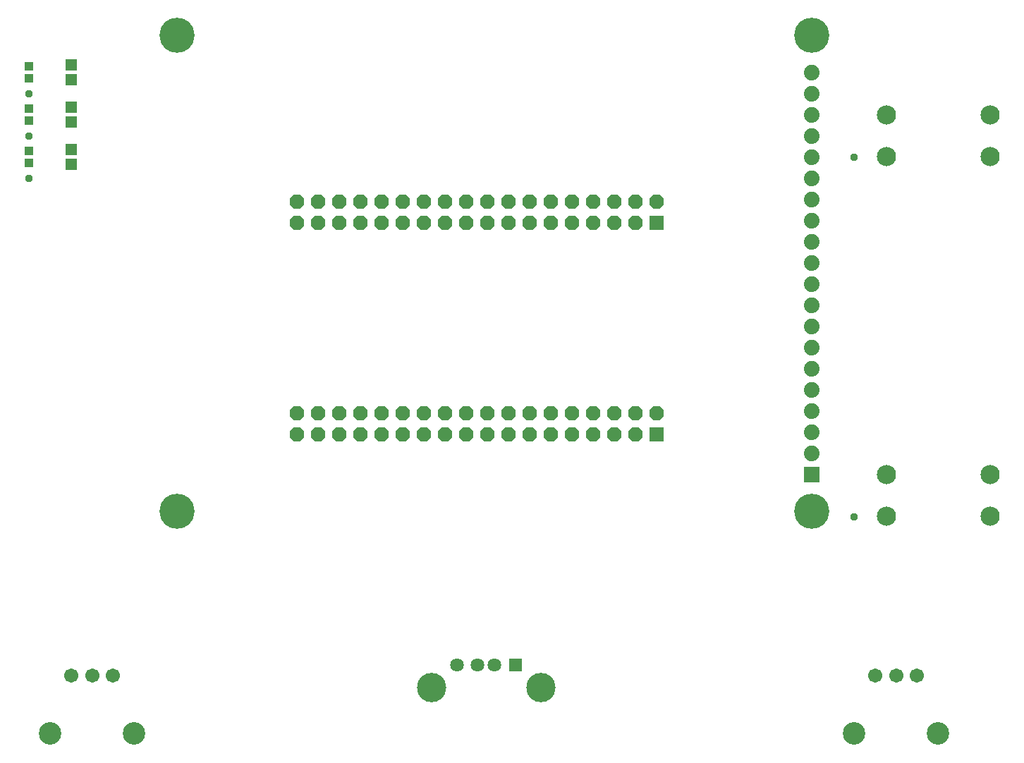
<source format=gbr>
G04 EAGLE Gerber RS-274X export*
G75*
%MOMM*%
%FSLAX34Y34*%
%LPD*%
%INSoldermask Top*%
%IPPOS*%
%AMOC8*
5,1,8,0,0,1.08239X$1,22.5*%
G01*
%ADD10R,1.003200X1.003200*%
%ADD11R,1.631200X1.631200*%
%ADD12C,1.631200*%
%ADD13C,3.519200*%
%ADD14C,1.711200*%
%ADD15C,2.703200*%
%ADD16R,1.473200X1.346200*%
%ADD17C,2.303200*%
%ADD18R,1.879600X1.879600*%
%ADD19C,1.879600*%
%ADD20C,4.219200*%
%ADD21R,1.727200X1.727200*%
%ADD22P,1.869504X8X202.500000*%
%ADD23C,0.959600*%


D10*
X76200Y896500D03*
X76200Y881500D03*
X76200Y845700D03*
X76200Y830700D03*
X76200Y794900D03*
X76200Y779900D03*
D11*
X660400Y177800D03*
D12*
X635400Y177800D03*
X615400Y177800D03*
X590400Y177800D03*
D13*
X691100Y150700D03*
X559700Y150700D03*
D14*
X177400Y165100D03*
X152400Y165100D03*
X127400Y165100D03*
D15*
X202400Y95100D03*
X102400Y95100D03*
D14*
X1142600Y165100D03*
X1117600Y165100D03*
X1092600Y165100D03*
D15*
X1167600Y95100D03*
X1067600Y95100D03*
D16*
X127000Y880110D03*
X127000Y897890D03*
X127000Y829310D03*
X127000Y847090D03*
X127000Y778510D03*
X127000Y796290D03*
D17*
X1105900Y837800D03*
X1105900Y787800D03*
X1230900Y787800D03*
X1230900Y837800D03*
X1105900Y406000D03*
X1105900Y356000D03*
X1230900Y356000D03*
X1230900Y406000D03*
D18*
X1016000Y406400D03*
D19*
X1016000Y431800D03*
X1016000Y457200D03*
X1016000Y482600D03*
X1016000Y508000D03*
X1016000Y533400D03*
X1016000Y558800D03*
X1016000Y584200D03*
X1016000Y609600D03*
X1016000Y635000D03*
X1016000Y660400D03*
X1016000Y685800D03*
X1016000Y711200D03*
X1016000Y736600D03*
X1016000Y762000D03*
X1016000Y787400D03*
X1016000Y812800D03*
X1016000Y838200D03*
X1016000Y863600D03*
X1016000Y889000D03*
D20*
X1016000Y361950D03*
X1016000Y933450D03*
X254000Y361950D03*
X254000Y933450D03*
D21*
X829900Y454400D03*
D22*
X829900Y479800D03*
X804500Y454400D03*
X804500Y479800D03*
X779100Y454400D03*
X779100Y479800D03*
X753700Y454400D03*
X753700Y479800D03*
X728300Y454400D03*
X728300Y479800D03*
X702900Y454400D03*
X702900Y479800D03*
X677500Y454400D03*
X677500Y479800D03*
X652100Y454400D03*
X652100Y479800D03*
X626700Y454400D03*
X626700Y479800D03*
X601300Y454400D03*
X601300Y479800D03*
X575900Y454400D03*
X575900Y479800D03*
X550500Y454400D03*
X550500Y479800D03*
X525100Y454400D03*
X525100Y479800D03*
X499700Y454400D03*
X499700Y479800D03*
X474300Y454400D03*
X474300Y479800D03*
X448900Y454400D03*
X448900Y479800D03*
X423500Y454400D03*
X423500Y479800D03*
X398100Y454400D03*
X398100Y479800D03*
D21*
X829900Y708400D03*
D22*
X829900Y733800D03*
X804500Y708400D03*
X804500Y733800D03*
X779100Y708400D03*
X779100Y733800D03*
X753700Y708400D03*
X753700Y733800D03*
X728300Y708400D03*
X728300Y733800D03*
X702900Y708400D03*
X702900Y733800D03*
X677500Y708400D03*
X677500Y733800D03*
X652100Y708400D03*
X652100Y733800D03*
X626700Y708400D03*
X626700Y733800D03*
X601300Y708400D03*
X601300Y733800D03*
X575900Y708400D03*
X575900Y733800D03*
X550500Y708400D03*
X550500Y733800D03*
X525100Y708400D03*
X525100Y733800D03*
X499700Y708400D03*
X499700Y733800D03*
X474300Y708400D03*
X474300Y733800D03*
X448900Y708400D03*
X448900Y733800D03*
X423500Y708400D03*
X423500Y733800D03*
X398100Y708400D03*
X398100Y733800D03*
D23*
X76200Y762000D03*
X76200Y812800D03*
X76200Y863600D03*
X1066800Y355600D03*
X1066800Y787400D03*
M02*

</source>
